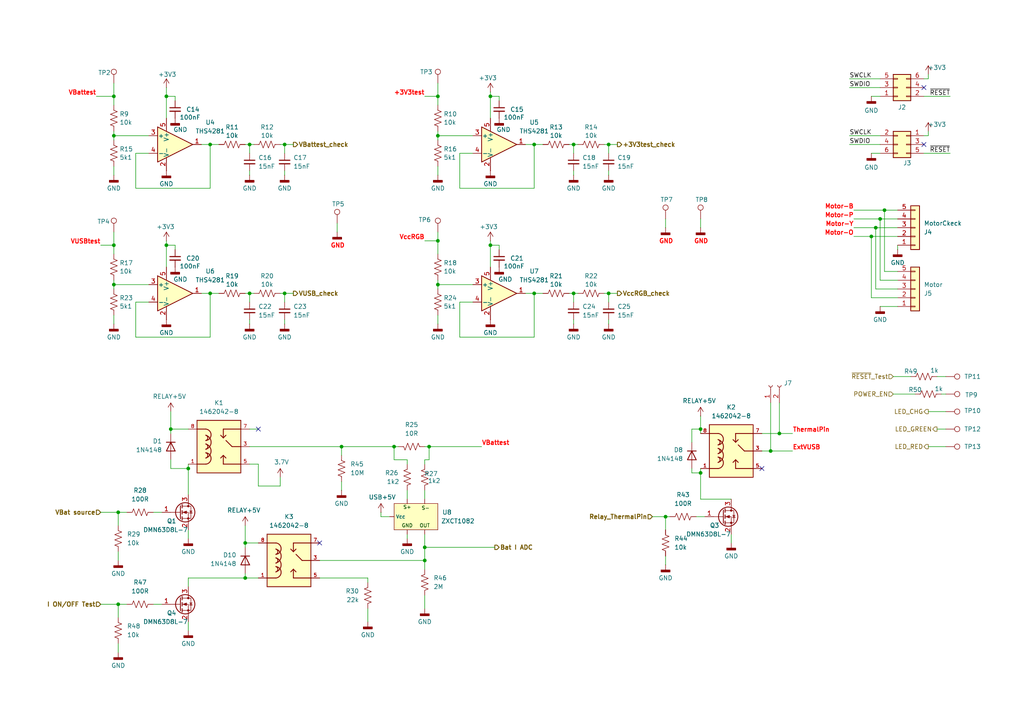
<source format=kicad_sch>
(kicad_sch (version 20250114) (generator "eeschema") (generator_version "9.0")
  (paper "A4")
  (junction (at 166.37 41.91))
  (junction (at 154.94 85.09))
  (junction (at 60.96 85.09))
  (junction (at 154.94 41.91))
  (junction (at 99.06 129.54))
  (junction (at 127 82.55))
  (junction (at 193.04 149.86))
  (junction (at 127 69.85))
  (junction (at 72.39 41.91))
  (junction (at 48.26 71.12))
  (junction (at 48.26 27.94))
  (junction (at 33.02 39.37))
  (junction (at 127 27.94))
  (junction (at 33.02 71.12))
  (junction (at 254 66.04))
  (junction (at 49.53 124.46))
  (junction (at 54.61 135.89))
  (junction (at 256.54 60.96))
  (junction (at 72.39 85.09))
  (junction (at 71.12 157.48))
  (junction (at 142.24 27.94))
  (junction (at 34.29 175.26))
  (junction (at 255.27 63.5))
  (junction (at 203.2 124.46))
  (junction (at 203.2 137.16))
  (junction (at 142.24 71.12))
  (junction (at 176.53 41.91))
  (junction (at 123.19 162.56))
  (junction (at 114.3 129.54))
  (junction (at 33.02 27.94))
  (junction (at 226.06 125.73))
  (junction (at 223.52 130.81))
  (junction (at 252.73 68.58))
  (junction (at 60.96 41.91))
  (junction (at 127 39.37))
  (junction (at 34.29 148.59))
  (junction (at 71.12 167.64))
  (junction (at 166.37 85.09))
  (junction (at 82.55 85.09))
  (junction (at 176.53 85.09))
  (junction (at 82.55 41.91))
  (junction (at 123.19 158.75))
  (junction (at 33.02 82.55))
  (junction (at 124.46 129.54))
  (no_connect (at 267.97 25.4))
  (no_connect (at 220.98 135.89))
  (no_connect (at 267.97 41.91))
  (no_connect (at 92.71 157.48))
  (no_connect (at 74.93 124.46))
  (wire (pts (xy 49.53 125.73) (xy 49.53 124.46)))
  (wire (pts (xy 166.37 41.91) (xy 165.1 41.91)))
  (wire (pts (xy 124.46 129.54) (xy 123.19 129.54)))
  (wire (pts (xy 74.93 134.62) (xy 74.93 140.97)))
  (wire (pts (xy 142.24 26.67) (xy 142.24 27.94)))
  (wire (pts (xy 34.29 186.69) (xy 34.29 189.23)))
  (wire (pts (xy 99.06 139.7) (xy 99.06 142.24)))
  (wire (pts (xy 154.94 85.09) (xy 157.48 85.09)))
  (wire (pts (xy 39.37 44.45) (xy 43.18 44.45)))
  (wire (pts (xy 127 27.94) (xy 127 30.48)))
  (wire (pts (xy 74.93 124.46) (xy 72.39 124.46)))
  (wire (pts (xy 127 81.28) (xy 127 82.55)))
  (wire (pts (xy 127 69.85) (xy 127 73.66)))
  (wire (pts (xy 255.27 25.4) (xy 246.38 25.4)))
  (wire (pts (xy 127 67.31) (xy 127 69.85)))
  (wire (pts (xy 127 48.26) (xy 127 50.8)))
  (wire (pts (xy 124.46 129.54) (xy 124.46 133.35)))
  (wire (pts (xy 201.93 149.86) (xy 204.47 149.86)))
  (wire (pts (xy 154.94 97.79) (xy 154.94 85.09)))
  (wire (pts (xy 33.02 71.12) (xy 33.02 73.66)))
  (wire (pts (xy 106.68 167.64) (xy 106.68 168.91)))
  (wire (pts (xy 133.35 87.63) (xy 133.35 97.79)))
  (wire (pts (xy 33.02 81.28) (xy 33.02 82.55)))
  (wire (pts (xy 54.61 156.21) (xy 54.61 153.67)))
  (wire (pts (xy 34.29 160.02) (xy 34.29 162.56)))
  (wire (pts (xy 50.8 29.21) (xy 50.8 27.94)))
  (wire (pts (xy 99.06 129.54) (xy 99.06 132.08)))
  (wire (pts (xy 259.08 109.22) (xy 264.16 109.22)))
  (wire (pts (xy 166.37 49.53) (xy 166.37 50.8)))
  (wire (pts (xy 124.46 129.54) (xy 139.7 129.54)))
  (wire (pts (xy 259.08 114.3) (xy 265.43 114.3)))
  (wire (pts (xy 252.73 44.45) (xy 255.27 44.45)))
  (wire (pts (xy 254 66.04) (xy 254 83.82)))
  (wire (pts (xy 166.37 85.09) (xy 166.37 87.63)))
  (wire (pts (xy 246.38 39.37) (xy 255.27 39.37)))
  (wire (pts (xy 123.19 154.94) (xy 123.19 158.75)))
  (wire (pts (xy 118.11 133.35) (xy 114.3 133.35)))
  (wire (pts (xy 34.29 148.59) (xy 36.83 148.59)))
  (wire (pts (xy 167.64 85.09) (xy 166.37 85.09)))
  (wire (pts (xy 60.96 85.09) (xy 63.5 85.09)))
  (wire (pts (xy 110.49 149.86) (xy 113.03 149.86)))
  (wire (pts (xy 71.12 167.64) (xy 71.12 166.37)))
  (wire (pts (xy 252.73 68.58) (xy 260.35 68.58)))
  (wire (pts (xy 133.35 97.79) (xy 154.94 97.79)))
  (wire (pts (xy 74.93 134.62) (xy 72.39 134.62)))
  (wire (pts (xy 267.97 44.45) (xy 275.59 44.45)))
  (wire (pts (xy 254 66.04) (xy 260.35 66.04)))
  (wire (pts (xy 33.02 24.13) (xy 33.02 27.94)))
  (wire (pts (xy 49.53 119.38) (xy 49.53 124.46)))
  (wire (pts (xy 73.66 85.09) (xy 72.39 85.09)))
  (wire (pts (xy 246.38 41.91) (xy 255.27 41.91)))
  (wire (pts (xy 255.27 63.5) (xy 255.27 81.28)))
  (wire (pts (xy 92.71 167.64) (xy 106.68 167.64)))
  (wire (pts (xy 123.19 158.75) (xy 123.19 162.56)))
  (wire (pts (xy 33.02 38.1) (xy 33.02 39.37)))
  (wire (pts (xy 39.37 97.79) (xy 60.96 97.79)))
  (wire (pts (xy 48.26 69.85) (xy 48.26 71.12)))
  (wire (pts (xy 133.35 44.45) (xy 137.16 44.45)))
  (wire (pts (xy 39.37 54.61) (xy 60.96 54.61)))
  (wire (pts (xy 114.3 133.35) (xy 114.3 129.54)))
  (wire (pts (xy 50.8 72.39) (xy 50.8 71.12)))
  (wire (pts (xy 274.32 114.3) (xy 273.05 114.3)))
  (wire (pts (xy 193.04 149.86) (xy 193.04 153.67)))
  (wire (pts (xy 247.65 63.5) (xy 255.27 63.5)))
  (wire (pts (xy 247.65 60.96) (xy 256.54 60.96)))
  (wire (pts (xy 49.53 135.89) (xy 49.53 133.35)))
  (wire (pts (xy 72.39 41.91) (xy 72.39 44.45)))
  (wire (pts (xy 54.61 182.88) (xy 54.61 180.34)))
  (wire (pts (xy 39.37 87.63) (xy 39.37 97.79)))
  (wire (pts (xy 176.53 49.53) (xy 176.53 50.8)))
  (wire (pts (xy 255.27 81.28) (xy 260.35 81.28)))
  (wire (pts (xy 54.61 167.64) (xy 71.12 167.64)))
  (wire (pts (xy 48.26 25.4) (xy 48.26 27.94)))
  (wire (pts (xy 92.71 162.56) (xy 123.19 162.56)))
  (wire (pts (xy 200.66 128.27) (xy 200.66 124.46)))
  (wire (pts (xy 269.24 22.86) (xy 267.97 22.86)))
  (wire (pts (xy 60.96 54.61) (xy 60.96 41.91)))
  (wire (pts (xy 179.07 41.91) (xy 176.53 41.91)))
  (wire (pts (xy 58.42 41.91) (xy 60.96 41.91)))
  (wire (pts (xy 179.07 85.09) (xy 176.53 85.09)))
  (wire (pts (xy 144.78 29.21) (xy 144.78 27.94)))
  (wire (pts (xy 123.19 162.56) (xy 123.19 165.1)))
  (wire (pts (xy 54.61 135.89) (xy 54.61 134.62)))
  (wire (pts (xy 82.55 85.09) (xy 82.55 87.63)))
  (wire (pts (xy 72.39 85.09) (xy 72.39 87.63)))
  (wire (pts (xy 154.94 41.91) (xy 157.48 41.91)))
  (wire (pts (xy 269.24 129.54) (xy 274.32 129.54)))
  (wire (pts (xy 200.66 124.46) (xy 203.2 124.46)))
  (wire (pts (xy 189.23 149.86) (xy 193.04 149.86)))
  (wire (pts (xy 200.66 135.89) (xy 200.66 137.16)))
  (wire (pts (xy 99.06 129.54) (xy 114.3 129.54)))
  (wire (pts (xy 29.21 175.26) (xy 34.29 175.26)))
  (wire (pts (xy 27.94 27.94) (xy 33.02 27.94)))
  (wire (pts (xy 247.65 68.58) (xy 252.73 68.58)))
  (wire (pts (xy 255.27 63.5) (xy 260.35 63.5)))
  (wire (pts (xy 152.4 41.91) (xy 154.94 41.91)))
  (wire (pts (xy 255.27 22.86) (xy 246.38 22.86)))
  (wire (pts (xy 58.42 85.09) (xy 60.96 85.09)))
  (wire (pts (xy 82.55 41.91) (xy 81.28 41.91)))
  (wire (pts (xy 252.73 86.36) (xy 260.35 86.36)))
  (wire (pts (xy 123.19 133.35) (xy 123.19 134.62)))
  (wire (pts (xy 39.37 87.63) (xy 43.18 87.63)))
  (wire (pts (xy 144.78 27.94) (xy 142.24 27.94)))
  (wire (pts (xy 127 91.44) (xy 127 93.98)))
  (wire (pts (xy 54.61 167.64) (xy 54.61 170.18)))
  (wire (pts (xy 203.2 120.65) (xy 203.2 124.46)))
  (wire (pts (xy 166.37 41.91) (xy 166.37 44.45)))
  (wire (pts (xy 269.24 21.59) (xy 269.24 22.86)))
  (wire (pts (xy 144.78 71.12) (xy 142.24 71.12)))
  (wire (pts (xy 33.02 82.55) (xy 33.02 83.82)))
  (wire (pts (xy 212.09 157.48) (xy 212.09 154.94)))
  (wire (pts (xy 33.02 91.44) (xy 33.02 93.98)))
  (wire (pts (xy 252.73 68.58) (xy 252.73 86.36)))
  (wire (pts (xy 110.49 148.59) (xy 110.49 149.86)))
  (wire (pts (xy 44.45 175.26) (xy 46.99 175.26)))
  (wire (pts (xy 133.35 54.61) (xy 154.94 54.61)))
  (wire (pts (xy 85.09 85.09) (xy 82.55 85.09)))
  (wire (pts (xy 152.4 85.09) (xy 154.94 85.09)))
  (wire (pts (xy 176.53 85.09) (xy 176.53 87.63)))
  (wire (pts (xy 72.39 92.71) (xy 72.39 93.98)))
  (wire (pts (xy 29.21 71.12) (xy 33.02 71.12)))
  (wire (pts (xy 49.53 135.89) (xy 54.61 135.89)))
  (wire (pts (xy 142.24 71.12) (xy 142.24 77.47)))
  (wire (pts (xy 252.73 27.94) (xy 255.27 27.94)))
  (wire (pts (xy 44.45 148.59) (xy 46.99 148.59)))
  (wire (pts (xy 256.54 60.96) (xy 256.54 78.74)))
  (wire (pts (xy 106.68 176.53) (xy 106.68 180.34)))
  (wire (pts (xy 223.52 130.81) (xy 229.87 130.81)))
  (wire (pts (xy 118.11 142.24) (xy 118.11 144.78)))
  (wire (pts (xy 82.55 92.71) (xy 82.55 93.98)))
  (wire (pts (xy 127 39.37) (xy 127 40.64)))
  (wire (pts (xy 254 83.82) (xy 260.35 83.82)))
  (wire (pts (xy 97.79 67.31) (xy 97.79 64.77)))
  (wire (pts (xy 247.65 66.04) (xy 254 66.04)))
  (wire (pts (xy 123.19 158.75) (xy 143.51 158.75)))
  (wire (pts (xy 33.02 67.31) (xy 33.02 71.12)))
  (wire (pts (xy 144.78 72.39) (xy 144.78 71.12)))
  (wire (pts (xy 274.32 124.46) (xy 271.78 124.46)))
  (wire (pts (xy 33.02 39.37) (xy 43.18 39.37)))
  (wire (pts (xy 203.2 137.16) (xy 203.2 144.78)))
  (wire (pts (xy 60.96 97.79) (xy 60.96 85.09)))
  (wire (pts (xy 124.46 133.35) (xy 123.19 133.35)))
  (wire (pts (xy 220.98 125.73) (xy 226.06 125.73)))
  (wire (pts (xy 256.54 60.96) (xy 260.35 60.96)))
  (wire (pts (xy 82.55 41.91) (xy 82.55 44.45)))
  (wire (pts (xy 203.2 144.78) (xy 212.09 144.78)))
  (wire (pts (xy 200.66 137.16) (xy 203.2 137.16)))
  (wire (pts (xy 72.39 41.91) (xy 71.12 41.91)))
  (wire (pts (xy 82.55 49.53) (xy 82.55 50.8)))
  (wire (pts (xy 33.02 27.94) (xy 33.02 30.48)))
  (wire (pts (xy 193.04 149.86) (xy 194.31 149.86)))
  (wire (pts (xy 54.61 135.89) (xy 54.61 143.51)))
  (wire (pts (xy 269.24 38.1) (xy 269.24 39.37)))
  (wire (pts (xy 274.32 119.38) (xy 269.24 119.38)))
  (wire (pts (xy 203.2 124.46) (xy 203.2 125.73)))
  (wire (pts (xy 176.53 41.91) (xy 175.26 41.91)))
  (wire (pts (xy 81.28 140.97) (xy 81.28 138.43)))
  (wire (pts (xy 154.94 54.61) (xy 154.94 41.91)))
  (wire (pts (xy 33.02 39.37) (xy 33.02 40.64)))
  (wire (pts (xy 193.04 161.29) (xy 193.04 163.83)))
  (wire (pts (xy 275.59 27.94) (xy 267.97 27.94)))
  (wire (pts (xy 50.8 27.94) (xy 48.26 27.94)))
  (wire (pts (xy 71.12 152.4) (xy 71.12 157.48)))
  (wire (pts (xy 29.21 148.59) (xy 34.29 148.59)))
  (wire (pts (xy 33.02 48.26) (xy 33.02 50.8)))
  (wire (pts (xy 220.98 130.81) (xy 223.52 130.81)))
  (wire (pts (xy 118.11 156.21) (xy 118.11 154.94)))
  (wire (pts (xy 260.35 72.39) (xy 260.35 71.12)))
  (wire (pts (xy 133.35 44.45) (xy 133.35 54.61)))
  (wire (pts (xy 166.37 92.71) (xy 166.37 93.98)))
  (wire (pts (xy 123.19 142.24) (xy 123.19 144.78)))
  (wire (pts (xy 34.29 175.26) (xy 34.29 179.07)))
  (wire (pts (xy 118.11 134.62) (xy 118.11 133.35)))
  (wire (pts (xy 114.3 129.54) (xy 115.57 129.54)))
  (wire (pts (xy 193.04 66.04) (xy 193.04 63.5)))
  (wire (pts (xy 72.39 49.53) (xy 72.39 50.8)))
  (wire (pts (xy 223.52 116.84) (xy 223.52 130.81)))
  (wire (pts (xy 34.29 148.59) (xy 34.29 152.4)))
  (wire (pts (xy 71.12 157.48) (xy 71.12 158.75)))
  (wire (pts (xy 127 24.13) (xy 127 27.94)))
  (wire (pts (xy 85.09 41.91) (xy 82.55 41.91)))
  (wire (pts (xy 123.19 176.53) (xy 123.19 172.72)))
  (wire (pts (xy 176.53 85.09) (xy 175.26 85.09)))
  (wire (pts (xy 274.32 109.22) (xy 271.78 109.22)))
  (wire (pts (xy 203.2 135.89) (xy 203.2 137.16)))
  (wire (pts (xy 255.27 88.9) (xy 260.35 88.9)))
  (wire (pts (xy 142.24 69.85) (xy 142.24 71.12)))
  (wire (pts (xy 123.19 27.94) (xy 127 27.94)))
  (wire (pts (xy 127 38.1) (xy 127 39.37)))
  (wire (pts (xy 269.24 39.37) (xy 267.97 39.37)))
  (wire (pts (xy 50.8 71.12) (xy 48.26 71.12)))
  (wire (pts (xy 39.37 44.45) (xy 39.37 54.61)))
  (wire (pts (xy 226.06 116.84) (xy 226.06 125.73)))
  (wire (pts (xy 34.29 175.26) (xy 36.83 175.26)))
  (wire (pts (xy 72.39 129.54) (xy 99.06 129.54)))
  (wire (pts (xy 176.53 92.71) (xy 176.53 93.98)))
  (wire (pts (xy 60.96 41.91) (xy 63.5 41.91)))
  (wire (pts (xy 49.53 124.46) (xy 54.61 124.46)))
  (wire (pts (xy 33.02 82.55) (xy 43.18 82.55)))
  (wire (pts (xy 127 39.37) (xy 137.16 39.37)))
  (wire (pts (xy 176.53 41.91) (xy 176.53 44.45)))
  (wire (pts (xy 142.24 27.94) (xy 142.24 34.29)))
  (wire (pts (xy 226.06 125.73) (xy 229.87 125.73)))
  (wire (pts (xy 82.55 85.09) (xy 81.28 85.09)))
  (wire (pts (xy 48.26 27.94) (xy 48.26 34.29)))
  (wire (pts (xy 74.93 167.64) (xy 71.12 167.64)))
  (wire (pts (xy 72.39 85.09) (xy 71.12 85.09)))
  (wire (pts (xy 48.26 71.12) (xy 48.26 77.47)))
  (wire (pts (xy 256.54 78.74) (xy 260.35 78.74)))
  (wire (pts (xy 123.19 69.85) (xy 127 69.85)))
  (wire (pts (xy 73.66 41.91) (xy 72.39 41.91)))
  (wire (pts (xy 203.2 66.04) (xy 203.2 63.5)))
  (wire (pts (xy 127 82.55) (xy 127 83.82)))
  (wire (pts (xy 166.37 85.09) (xy 165.1 85.09)))
  (wire (pts (xy 74.93 140.97) (xy 81.28 140.97)))
  (wire (pts (xy 167.64 41.91) (xy 166.37 41.91)))
  (wire (pts (xy 127 82.55) (xy 137.16 82.55)))
  (wire (pts (xy 74.93 157.48) (xy 71.12 157.48)))
  (wire (pts (xy 133.35 87.63) (xy 137.16 87.63)))
  (label "+3V3test" (at 123.19 27.94 180) (effects (font (thickness 0.254) (bold yes))))
  (label "SWCLK" (at 246.38 22.86 0))
  (label "SWCLK" (at 246.38 39.37 0))
  (label "Motor-Y" (at 247.65 66.04 180) (effects (font (thickness 0.254) (bold yes))))
  (label "VUSBtest" (at 29.21 71.12 180) (effects (font (thickness 0.254) (bold yes))))
  (label "VBattest" (at 139.7 129.54 0) (effects (font (thickness 0.254) (bold yes))))
  (label "VccRGB" (at 123.19 69.85 180) (effects (font (thickness 0.254) (bold yes))))
  (label "Motor-P" (at 247.65 63.5 180) (effects (font (thickness 0.254) (bold yes))))
  (label "Motor-O" (at 247.65 68.58 180) (effects (font (thickness 0.254) (bold yes))))
  (label "ExtVUSB" (at 229.87 130.81 0) (effects (font (thickness 0.254) (bold yes))))
  (label "Motor-B" (at 247.65 60.96 180) (effects (font (thickness 0.254) (bold yes))))
  (label "SWDIO" (at 246.38 25.4 0))
  (label "~{RESET}" (at 275.59 27.94 180))
  (label "~{RESET}" (at 275.59 44.45 180))
  (label "VBattest" (at 27.94 27.94 180) (effects (font (thickness 0.254) (bold yes))))
  (label "ThermalPin" (at 229.87 125.73 0) (effects (font (thickness 0.254) (bold yes))))
  (label "SWDIO" (at 246.38 41.91 0))
  (hierarchical_label "LED_RED" (shape output) (at 269.24 129.54 180) (effects (font (thickness 0.1588))))
  (hierarchical_label "+3V3test_check" (shape output) (at 179.07 41.91 0) (effects (font (thickness 0.254) (bold yes))))
  (hierarchical_label "~{RESET}_Test" (shape input) (at 259.08 109.22 180) (effects (font (thickness 0.1588))))
  (hierarchical_label "VBat source" (shape input) (at 29.21 148.59 180) (effects (font (thickness 0.254) (bold yes))))
  (hierarchical_label "POWER_EN" (shape input) (at 259.08 114.3 180) (effects (font (thickness 0.1588))))
  (hierarchical_label "VccRGB_check" (shape output) (at 179.07 85.09 0) (effects (font (thickness 0.254) (bold yes))))
  (hierarchical_label "LED_GREEN" (shape output) (at 271.78 124.46 180) (effects (font (thickness 0.1588))))
  (hierarchical_label "Bat I ADC " (shape output) (at 143.51 158.75 0) (effects (font (thickness 0.254) (bold yes))))
  (hierarchical_label "LED_CHG" (shape output) (at 269.24 119.38 180) (effects (font (thickness 0.1588))))
  (hierarchical_label "I ON{slash}OFF Test" (shape input) (at 29.21 175.26 180) (effects (font (thickness 0.254) (bold yes))))
  (hierarchical_label "Relay_ThermalPin" (shape input) (at 189.23 149.86 180) (effects (font (thickness 0.254) (bold yes))))
  (hierarchical_label "VBattest_check" (shape output) (at 85.09 41.91 0) (effects (font (thickness 0.254) (bold yes))))
  (hierarchical_label "VUSB_check" (shape output) (at 85.09 85.09 0) (effects (font (thickness 0.254) (bold yes))))
  (symbol (lib_id "power:GNDD") (at 255.27 88.9 0) (unit 1)
    (property "Reference" "#PWR056" (effects (hide yes)))
    (property "Value" "GND" (at 255.27 92.71 0))
    (property "Description" "Power symbol creates a global label with name \"GNDD\" , digital ground" (effects (hide yes)))
  )
  (symbol (lib_id "FED3 SymbLib:THS4281DBVT") (at 144.78 41.91 0) (unit 1)
    (property "Reference" "U5" (at 154.94 35.4898 0))
    (property "Value" "THS4281" (at 154.94 38.0298 0))
    (property "Footprint" "Package_TO_SOT_SMD:SOT-23-5" (effects (hide yes)))
    (property "Description" "OPAMP VFB 1 CIRCUIT" (effects (hide yes)))
    (property "MPN" "THS4281DBVT" (effects (hide yes)))
    (property "OEPSPN" "OEPS080038" (effects (hide yes)))
  )
  (symbol (lib_id "Device:R_US") (at 99.06 135.89 180) (unit 1)
    (property "Reference" "R45" (at 101.6 134.6199 0) (effects (justify right)))
    (property "Value" "10M" (at 101.6 137.1599 0) (effects (justify right)))
    (property "Footprint" "Resistor_SMD:R_0402_1005Metric" (effects (hide yes)))
    (property "Description" "SMD 0402 10kΩ ±0.1% 0.063W" (effects (hide yes)))
    (property "MPN" "b6ryh" (effects (hide yes)))
    (property "OEPSPN" "456yert" (effects (hide yes)))
  )
  (symbol (lib_id "Connector_Generic:Conn_01x05") (at 265.43 66.04 0) (mirror x) (unit 1)
    (property "Reference" "J4" (at 267.97 67.3101 0) (effects (justify left)))
    (property "Value" "MotorCkeck" (at 267.97 64.7701 0) (effects (justify left)))
    (property "Footprint" "Connector_PinSocket_2.54mm:PinSocket_1x05_P2.54mm_Vertical" (effects (hide yes)))
    (property "Description" "Generic connector, single row, 01x05, script generated (kicad-library-utils/schlib/autogen/connector/)" (effects (hide yes)))
    (property "OEPSPN" "TBD" (effects (hide yes)))
    (property "MPN" "TBD" (effects (hide yes)))
  )
  (symbol (lib_id "power:GNDD") (at 34.29 162.56 0) (unit 1)
    (property "Reference" "#PWR059" (effects (hide yes)))
    (property "Value" "GND" (at 34.29 166.37 0))
    (property "Description" "Power symbol creates a global label with name \"GNDD\" , digital ground" (effects (hide yes)))
  )
  (symbol (lib_id "Connector:TestPoint") (at 274.32 119.38 270) (unit 1) (in_bom no)
    (property "Reference" "TP10" (at 279.654 119.126 90) (effects (justify left)))
    (property "Value" "GND" (effects (hide yes)))
    (property "Footprint" "FED3_PCBLib:Pin_D1.75mm" (effects (hide yes)))
  )
  (symbol (lib_id "Device:R_US") (at 33.02 77.47 180) (unit 1)
    (property "Reference" "R17" (at 34.671 76.2578 0) (effects (justify right)))
    (property "Value" "10k" (at 34.671 78.6821 0) (effects (justify right)))
    (property "Footprint" "Resistor_SMD:R_0402_1005Metric" (effects (hide yes)))
    (property "Description" "SMD 0402 10kΩ ±0.1% 0.063W" (effects (hide yes)))
    (property "MPN" "CPF0402B10KE1" (effects (hide yes)))
    (property "OEPSPN" "OEPS020043" (effects (hide yes)))
  )
  (symbol (lib_id "power:GNDD") (at 97.79 67.31 0) (unit 1)
    (property "Reference" "#PWR039" (effects (hide yes)))
    (property "Value" "GND" (at 95.758 71.12 0) (effects (font (thickness 0.254) (bold yes)) (justify left)))
    (property "Description" "Power symbol creates a global label with name \"GNDD\" , digital ground" (effects (hide yes)))
  )
  (symbol (lib_id "power:GNDD") (at 33.02 93.98 0) (unit 1)
    (property "Reference" "#PWR046" (effects (hide yes)))
    (property "Value" "GND" (at 33.02 97.79 0))
    (property "Description" "Power symbol creates a global label with name \"GNDD\" , digital ground" (effects (hide yes)))
  )
  (symbol (lib_id "power:GNDD") (at 72.39 93.98 0) (unit 1)
    (property "Reference" "#PWR047" (effects (hide yes)))
    (property "Value" "GND" (at 72.39 97.79 0))
    (property "Description" "Power symbol creates a global label with name \"GNDD\" , digital ground" (effects (hide yes)))
  )
  (symbol (lib_id "Device:R_US") (at 161.29 85.09 90) (unit 1)
    (property "Reference" "R21" (at 161.29 80.0565 90))
    (property "Value" "10k" (at 161.29 82.4808 90))
    (property "Footprint" "Resistor_SMD:R_0402_1005Metric" (effects (hide yes)))
    (property "Description" "SMD 0402 10kΩ ±0.1% 0.063W" (effects (hide yes)))
    (property "MPN" "CPF0402B10KE1" (effects (hide yes)))
    (property "OEPSPN" "OEPS020043" (effects (hide yes)))
  )
  (symbol (lib_id "power:GNDD") (at 54.61 156.21 0) (unit 1)
    (property "Reference" "#PWR057" (effects (hide yes)))
    (property "Value" "GND" (at 54.61 160.02 0))
    (property "Description" "Power symbol creates a global label with name \"GNDD\" , digital ground" (effects (hide yes)))
  )
  (symbol (lib_id "Device:R_US") (at 193.04 157.48 180) (unit 1)
    (property "Reference" "R44" (at 195.58 156.2099 0) (effects (justify right)))
    (property "Value" "10k" (at 195.58 158.7499 0) (effects (justify right)))
    (property "Footprint" "Resistor_SMD:R_0402_1005Metric" (effects (hide yes)))
    (property "Description" "SMD 0402 10kΩ ±0.1% 0.063W" (effects (hide yes)))
    (property "MPN" "CPF0402B10KE1" (effects (hide yes)))
    (property "OEPSPN" "CPF0402B10KE1" (effects (hide yes)))
  )
  (symbol (lib_id "Device:R_US") (at 269.24 114.3 90) (unit 1)
    (property "Reference" "R50" (at 265.43 113.03 90))
    (property "Value" "1k" (at 272.288 112.776 90))
    (property "Footprint" "Resistor_SMD:R_0402_1005Metric" (effects (hide yes)))
    (property "Description" "SMD 0402 1kΩ ±0.1% 0.063W" (effects (hide yes)))
    (property "MPN" "xxx" (effects (hide yes)))
    (property "OEPSPN" "???" (effects (hide yes)))
  )
  (symbol (lib_id "Device:R_US") (at 127 34.29 180) (unit 1)
    (property "Reference" "R10" (at 128.651 33.0778 0) (effects (justify right)))
    (property "Value" "10k" (at 128.651 35.5021 0) (effects (justify right)))
    (property "Footprint" "Resistor_SMD:R_0402_1005Metric" (effects (hide yes)))
    (property "Description" "SMD 0402 10kΩ ±0.1% 0.063W" (effects (hide yes)))
    (property "MPN" "CPF0402B10KE1" (effects (hide yes)))
    (property "OEPSPN" "OEPS020043" (effects (hide yes)))
  )
  (symbol (lib_id "Device:R_US") (at 67.31 85.09 90) (unit 1)
    (property "Reference" "R19" (at 67.31 80.0565 90))
    (property "Value" "10k" (at 67.31 82.4808 90))
    (property "Footprint" "Resistor_SMD:R_0402_1005Metric" (effects (hide yes)))
    (property "Description" "SMD 0402 10kΩ ±0.1% 0.063W" (effects (hide yes)))
    (property "MPN" "CPF0402B10KE1" (effects (hide yes)))
    (property "OEPSPN" "OEPS020043" (effects (hide yes)))
  )
  (symbol (lib_id "Device:R_US") (at 171.45 85.09 90) (unit 1)
    (property "Reference" "R22" (at 171.45 80.0565 90))
    (property "Value" "10k" (at 171.45 82.4808 90))
    (property "Footprint" "Resistor_SMD:R_0402_1005Metric" (effects (hide yes)))
    (property "Description" "SMD 0402 10kΩ ±0.1% 0.063W" (effects (hide yes)))
    (property "MPN" "CPF0402B10KE1" (effects (hide yes)))
    (property "OEPSPN" "OEPS020043" (effects (hide yes)))
  )
  (symbol (lib_id "power:+3V3") (at 269.24 38.1 0) (mirror y) (unit 1)
    (property "Reference" "#+3V02" (effects (hide yes)))
    (property "Value" "+3V3" (at 271.78 36.83 0) (effects (justify bottom)))
  )
  (symbol (lib_id "power:GNDD") (at 142.24 49.53 0) (unit 1)
    (property "Reference" "#PWR031" (effects (hide yes)))
    (property "Value" "GND" (at 142.24 53.34 0))
    (property "Description" "Power symbol creates a global label with name \"GNDD\" , digital ground" (effects (hide yes)))
  )
  (symbol (lib_id "power:+5V") (at 203.2 120.65 0) (mirror y) (unit 1)
    (property "Reference" "#PWR091" (effects (hide yes)))
    (property "Value" "RELAY+5V" (at 202.819 116.2558 0))
    (property "Description" "Power symbol creates a global label with name \"+5V\"" (effects (hide yes)))
  )
  (symbol (lib_id "Connector:TestPoint") (at 274.32 129.54 270) (unit 1) (in_bom no)
    (property "Reference" "TP13" (at 279.654 129.54 90) (effects (justify left)))
    (property "Value" "GND" (effects (hide yes)))
    (property "Footprint" "FED3_PCBLib:Pin_D1.75mm" (effects (hide yes)))
  )
  (symbol (lib_id "Device:R_US") (at 127 77.47 180) (unit 1)
    (property "Reference" "R18" (at 128.651 76.2578 0) (effects (justify right)))
    (property "Value" "10k" (at 128.651 78.6821 0) (effects (justify right)))
    (property "Footprint" "Resistor_SMD:R_0402_1005Metric" (effects (hide yes)))
    (property "Description" "SMD 0402 10kΩ ±0.1% 0.063W" (effects (hide yes)))
    (property "MPN" "CPF0402B10KE1" (effects (hide yes)))
    (property "OEPSPN" "OEPS020043" (effects (hide yes)))
  )
  (symbol (lib_id "FED3 SymbLib:THS4281DBVT") (at 50.8 85.09 0) (unit 1)
    (property "Reference" "U6" (at 60.96 78.6698 0))
    (property "Value" "THS4281" (at 60.96 81.2098 0))
    (property "Footprint" "Package_TO_SOT_SMD:SOT-23-5" (effects (hide yes)))
    (property "Description" "OPAMP VFB 1 CIRCUIT" (effects (hide yes)))
    (property "MPN" "THS4281DBVT" (effects (hide yes)))
    (property "OEPSPN" "OEPS080038" (effects (hide yes)))
  )
  (symbol (lib_id "Device:R_US") (at 123.19 138.43 0) (mirror x) (unit 1)
    (property "Reference" "R27" (at 127 137.414 0) (effects (justify right)))
    (property "Value" "1k2" (at 127.762 139.446 0) (effects (justify right)))
    (property "Footprint" "Resistor_SMD:R_0402_1005Metric" (effects (hide yes)))
    (property "Description" "SMD 0603 1.87kΩ ±0.1% 0.100W" (effects (hide yes)))
    (property "MPN" "aerg" (effects (hide yes)))
    (property "OEPSPN" "gedg" (effects (hide yes)))
  )
  (symbol (lib_id "Transistor_FET:IRLML2060") (at 52.07 175.26 0) (unit 1)
    (property "Reference" "Q4" (at 49.784 177.8 0))
    (property "Value" "DMN63D8L-7" (at 48.006 180.34 0))
    (property "Footprint" "Package_TO_SOT_SMD:SOT-23" (effects (hide yes)))
    (property "Description" "MOSFET N-CH 30V 350mA" (effects (hide yes)))
    (property "OEPSPN" "OEPS060013" (effects (hide yes)))
    (property "MPN" "DMN63D8L-7" (effects (hide yes)))
  )
  (symbol (lib_id "Device:C_Small") (at 72.39 90.17 0) (mirror y) (unit 1)
    (property "Reference" "C22" (at 74.93 88.9062 0) (effects (justify right)))
    (property "Value" "15nF" (at 74.93 91.4462 0) (effects (justify right)))
    (property "Footprint" "Capacitor_SMD:C_0402_1005Metric" (effects (hide yes)))
    (property "Description" "Unpolarized capacitor, small symbol" (effects (hide yes)))
    (property "MPN" "CGA2B3X7R1V153K050BB" (effects (hide yes)))
    (property "OEPSPN" "OEPS010023" (effects (hide yes)))
  )
  (symbol (lib_id "Device:R_US") (at 127 44.45 180) (unit 1)
    (property "Reference" "R16" (at 128.651 43.2378 0) (effects (justify right)))
    (property "Value" "5k1" (at 128.651 45.6621 0) (effects (justify right)))
    (property "Footprint" "Resistor_SMD:R_0402_1005Metric" (effects (hide yes)))
    (property "Description" "SMD 0402 5.1kΩ ±1% 0.100W" (effects (hide yes)))
    (property "MPN" "ERJ-2RKF5101X" (effects (hide yes)))
    (property "OEPSPN" "OEPS020173" (effects (hide yes)))
  )
  (symbol (lib_id "Device:C_Small") (at 176.53 90.17 0) (mirror y) (unit 1)
    (property "Reference" "C25" (at 179.07 88.9062 0) (effects (justify right)))
    (property "Value" "15nF" (at 179.07 91.4462 0) (effects (justify right)))
    (property "Footprint" "Capacitor_SMD:C_0402_1005Metric" (effects (hide yes)))
    (property "Description" "Unpolarized capacitor, small symbol" (effects (hide yes)))
    (property "MPN" "CGA2B3X7R1V153K050BB" (effects (hide yes)))
    (property "OEPSPN" "OEPS010023" (effects (hide yes)))
  )
  (symbol (lib_id "Connector:TestPoint") (at 33.02 67.31 0) (unit 1) (in_bom no)
    (property "Reference" "TP4" (at 28.194 64.262 0) (effects (justify left)))
    (property "Value" "VUSBtest" (effects (hide yes)))
    (property "Footprint" "FED3_PCBLib:Pin_D1.75mm" (effects (hide yes)))
    (property "Description" "test point" (effects (hide yes)))
  )
  (symbol (lib_id "Device:R_US") (at 171.45 41.91 90) (unit 1)
    (property "Reference" "R14" (at 171.45 36.8765 90))
    (property "Value" "10k" (at 171.45 39.3008 90))
    (property "Footprint" "Resistor_SMD:R_0402_1005Metric" (effects (hide yes)))
    (property "Description" "SMD 0402 10kΩ ±0.1% 0.063W" (effects (hide yes)))
    (property "MPN" "CPF0402B10KE1" (effects (hide yes)))
    (property "OEPSPN" "OEPS020043" (effects (hide yes)))
  )
  (symbol (lib_id "power:GNDD") (at 54.61 182.88 0) (unit 1)
    (property "Reference" "#PWR098" (effects (hide yes)))
    (property "Value" "GND" (at 54.61 186.69 0))
    (property "Description" "Power symbol creates a global label with name \"GNDD\" , digital ground" (effects (hide yes)))
  )
  (symbol (lib_id "Connector_Generic:Conn_01x05") (at 265.43 83.82 0) (mirror x) (unit 1)
    (property "Reference" "J5" (at 267.97 85.0901 0) (effects (justify left)))
    (property "Value" "Motor" (at 267.97 82.5501 0) (effects (justify left)))
    (property "Footprint" "Connector_PinSocket_2.54mm:PinSocket_1x05_P2.54mm_Horizontal" (effects (hide yes)))
    (property "Description" "Generic connector, single row, 01x05, script generated (kicad-library-utils/schlib/autogen/connector/)" (effects (hide yes)))
    (property "OEPSPN" "TBD" (effects (hide yes)))
    (property "MPN" "TBD" (effects (hide yes)))
  )
  (symbol (lib_id "Diode:1N4148W") (at 71.12 162.56 270) (unit 1)
    (property "Reference" "D10" (at 68.58 160.9724 90) (effects (justify right)))
    (property "Value" "1N4148" (at 68.58 163.5124 90) (effects (justify right)))
    (property "Footprint" "Diode_SMD:D_SOD-123" (effects (hide yes)))
    (property "Datasheet" "https://www.vishay.com/docs/85748/1n4148w.pdf" (effects (hide yes)))
    (property "Description" "75V 0.15A Fast Switching Diode, SOD-123" (effects (hide yes)))
    (property "OEPSPN" "OEPS030017" (effects (hide yes)))
    (property "MPN" "1N4148WX-TP" (effects (hide yes)))
  )
  (symbol (lib_id "FED3 SymbLib:THS4281DBVT") (at 50.8 41.91 0) (unit 1)
    (property "Reference" "U4" (at 60.96 35.4898 0))
    (property "Value" "THS4281" (at 60.96 38.0298 0))
    (property "Footprint" "Package_TO_SOT_SMD:SOT-23-5" (effects (hide yes)))
    (property "Description" "OPAMP VFB 1 CIRCUIT" (effects (hide yes)))
    (property "MPN" "THS4281DBVT" (effects (hide yes)))
    (property "OEPSPN" "OEPS080038" (effects (hide yes)))
  )
  (symbol (lib_id "Device:C_Small") (at 144.78 31.75 0) (mirror y) (unit 1)
    (property "Reference" "C15" (at 151.892 31.75 0) (effects (justify left)))
    (property "Value" "100nF" (at 152.146 34.036 0) (effects (justify left)))
    (property "Footprint" "Capacitor_SMD:C_0402_1005Metric" (effects (hide yes)))
    (property "Description" "Unpolarized capacitor, small symbol" (effects (hide yes)))
    (property "MPN" "C1005X7R1E104K050BB" (effects (hide yes)))
    (property "OEPSPN" "OEPS010050" (effects (hide yes)))
  )
  (symbol (lib_id "power:GNDD") (at 99.06 142.24 0) (unit 1)
    (property "Reference" "#PWR097" (effects (hide yes)))
    (property "Value" "GND" (at 99.06 146.05 0))
    (property "Description" "Power symbol creates a global label with name \"GNDD\" , digital ground" (effects (hide yes)))
  )
  (symbol (lib_id "power:GNDD") (at 82.55 93.98 0) (unit 1)
    (property "Reference" "#PWR048" (effects (hide yes)))
    (property "Value" "GND" (at 82.55 97.79 0))
    (property "Description" "Power symbol creates a global label with name \"GNDD\" , digital ground" (effects (hide yes)))
  )
  (symbol (lib_id "Device:R_US") (at 198.12 149.86 90) (unit 1)
    (property "Reference" "R43" (at 198.12 143.51 90))
    (property "Value" "100R" (at 198.12 146.05 90))
    (property "Footprint" "Resistor_SMD:R_0402_1005Metric" (effects (hide yes)))
    (property "Description" "SMD 0402 10kΩ ±0.1% 0.063W" (effects (hide yes)))
    (property "MPN" "??" (effects (hide yes)))
    (property "OEPSPN" "??" (effects (hide yes)))
  )
  (symbol (lib_id "Device:R_US") (at 119.38 129.54 90) (mirror x) (unit 1)
    (property "Reference" "R25" (at 119.38 123.19 90))
    (property "Value" "10R" (at 119.38 125.73 90))
    (property "Footprint" "Resistor_SMD:R_0402_1005Metric" (effects (hide yes)))
    (property "Description" "xx" (effects (hide yes)))
    (property "MPN" "xx" (effects (hide yes)))
    (property "OEPSPN" "xx" (effects (hide yes)))
  )
  (symbol (lib_id "Connector:TestPoint") (at 193.04 63.5 0) (unit 1) (in_bom no)
    (property "Reference" "TP7" (at 191.516 57.912 0) (effects (justify left)))
    (property "Value" "GND" (effects (hide yes)))
    (property "Footprint" "FED3_PCBLib:Pin_D1.75mm" (effects (hide yes)))
  )
  (symbol (lib_id "Device:R_US") (at 67.31 41.91 90) (unit 1)
    (property "Reference" "R11" (at 67.31 36.8765 90))
    (property "Value" "10k" (at 67.31 39.3008 90))
    (property "Footprint" "Resistor_SMD:R_0402_1005Metric" (effects (hide yes)))
    (property "Description" "SMD 0402 10kΩ ±0.1% 0.063W" (effects (hide yes)))
    (property "MPN" "CPF0402B10KE1" (effects (hide yes)))
    (property "OEPSPN" "OEPS020043" (effects (hide yes)))
  )
  (symbol (lib_id "Device:R_US") (at 77.47 85.09 90) (unit 1)
    (property "Reference" "R20" (at 77.47 80.0565 90))
    (property "Value" "10k" (at 77.47 82.4808 90))
    (property "Footprint" "Resistor_SMD:R_0402_1005Metric" (effects (hide yes)))
    (property "Description" "SMD 0402 10kΩ ±0.1% 0.063W" (effects (hide yes)))
    (property "MPN" "CPF0402B10KE1" (effects (hide yes)))
    (property "OEPSPN" "OEPS020043" (effects (hide yes)))
  )
  (symbol (lib_id "power:GNDD") (at 212.09 157.48 0) (unit 1)
    (property "Reference" "#PWR092" (effects (hide yes)))
    (property "Value" "GND" (at 212.09 161.29 0))
    (property "Description" "Power symbol creates a global label with name \"GNDD\" , digital ground" (effects (hide yes)))
  )
  (symbol (lib_id "Diode:1N4148W") (at 49.53 129.54 270) (unit 1)
    (property "Reference" "D1" (at 46.99 127.9524 90) (effects (justify right)))
    (property "Value" "1N4148" (at 46.99 130.4924 90) (effects (justify right)))
    (property "Footprint" "Diode_SMD:D_SOD-123" (effects (hide yes)))
    (property "Datasheet" "https://www.vishay.com/docs/85748/1n4148w.pdf" (effects (hide yes)))
    (property "Description" "75V 0.15A Fast Switching Diode, SOD-123" (effects (hide yes)))
    (property "OEPSPN" "OEPS030017" (effects (hide yes)))
    (property "MPN" "1N4148WX-TP" (effects (hide yes)))
  )
  (symbol (lib_id "power:GNDD") (at 252.73 27.94 0) (unit 1)
    (property "Reference" "#PWR029" (effects (hide yes)))
    (property "Value" "GND" (at 252.73 32.766 0) (effects (justify bottom)))
    (property "Description" "Power symbol creates a global label with name \"GNDD\" , digital ground" (effects (hide yes)))
  )
  (symbol (lib_id "power:GNDD") (at 34.29 189.23 0) (unit 1)
    (property "Reference" "#PWR099" (effects (hide yes)))
    (property "Value" "GND" (at 34.29 193.04 0))
    (property "Description" "Power symbol creates a global label with name \"GNDD\" , digital ground" (effects (hide yes)))
  )
  (symbol (lib_id "Connector:TestPoint") (at 274.32 124.46 270) (unit 1) (in_bom no)
    (property "Reference" "TP12" (at 279.654 124.46 90) (effects (justify left)))
    (property "Value" "GND" (effects (hide yes)))
    (property "Footprint" "FED3_PCBLib:Pin_D1.75mm" (effects (hide yes)))
  )
  (symbol (lib_id "power:+5V") (at 71.12 152.4 0) (mirror y) (unit 1)
    (property "Reference" "#PWR095" (effects (hide yes)))
    (property "Value" "RELAY+5V" (at 70.739 148.0058 0))
    (property "Description" "Power symbol creates a global label with name \"+5V\"" (effects (hide yes)))
  )
  (symbol (lib_id "Connector:TestPoint") (at 274.32 109.22 270) (unit 1) (in_bom no)
    (property "Reference" "TP11" (at 279.654 109.22 90) (effects (justify left)))
    (property "Value" "GND" (effects (hide yes)))
    (property "Footprint" "FED3_PCBLib:Pin_D1.75mm" (effects (hide yes)))
  )
  (symbol (lib_id "power:+5V") (at 110.49 148.59 0) (unit 1)
    (property "Reference" "#PWR055" (effects (hide yes)))
    (property "Value" "USB+5V" (at 110.871 144.1958 0))
    (property "Description" "Power symbol creates a global label with name \"+5V\"" (effects (hide yes)))
  )
  (symbol (lib_id "power:GNDD") (at 118.11 156.21 0) (mirror y) (unit 1)
    (property "Reference" "#PWR058" (effects (hide yes)))
    (property "Value" "GND" (at 118.11 160.02 0))
    (property "Description" "Power symbol creates a global label with name \"GNDD\" , digital ground" (effects (hide yes)))
  )
  (symbol (lib_id "Device:R_US") (at 106.68 172.72 0) (mirror x) (unit 1)
    (property "Reference" "R30" (at 104.14 171.4499 0) (effects (justify right)))
    (property "Value" "22k" (at 104.14 173.9899 0) (effects (justify right)))
    (property "Footprint" "Resistor_SMD:R_0402_1005Metric" (effects (hide yes)))
    (property "Description" "SMD 0402 100kΩ ±1% 0.063W" (effects (hide yes)))
    (property "MPN" "sth" (effects (hide yes)))
    (property "OEPSPN" "srths" (effects (hide yes)))
  )
  (symbol (lib_id "Device:C_Small") (at 176.53 46.99 0) (mirror y) (unit 1)
    (property "Reference" "C19" (at 179.07 45.7262 0) (effects (justify right)))
    (property "Value" "15nF" (at 179.07 48.2662 0) (effects (justify right)))
    (property "Footprint" "Capacitor_SMD:C_0402_1005Metric" (effects (hide yes)))
    (property "Description" "Unpolarized capacitor, small symbol" (effects (hide yes)))
    (property "MPN" "CGA2B3X7R1V153K050BB" (effects (hide yes)))
    (property "OEPSPN" "OEPS010023" (effects (hide yes)))
  )
  (symbol (lib_id "power:+3V3") (at 142.24 69.85 0) (unit 1)
    (property "Reference" "#PWR041" (effects (hide yes)))
    (property "Value" "+3V3" (at 141.732 65.786 0))
    (property "Description" "Power symbol creates a global label with name \"+3V3\"" (effects (hide yes)))
  )
  (symbol (lib_id "Device:C_Small") (at 166.37 90.17 0) (mirror y) (unit 1)
    (property "Reference" "C24" (at 168.91 88.9062 0) (effects (justify right)))
    (property "Value" "15nF" (at 168.91 91.4462 0) (effects (justify right)))
    (property "Footprint" "Capacitor_SMD:C_0402_1005Metric" (effects (hide yes)))
    (property "Description" "Unpolarized capacitor, small symbol" (effects (hide yes)))
    (property "MPN" "CGA2B3X7R1V153K050BB" (effects (hide yes)))
    (property "OEPSPN" "OEPS010023" (effects (hide yes)))
  )
  (symbol (lib_id "FED3 SymbLib:THS4281DBVT") (at 144.78 85.09 0) (unit 1)
    (property "Reference" "U7" (at 154.94 78.6698 0))
    (property "Value" "THS4281" (at 154.94 81.2098 0))
    (property "Footprint" "Package_TO_SOT_SMD:SOT-23-5" (effects (hide yes)))
    (property "Description" "OPAMP VFB 1 CIRCUIT" (effects (hide yes)))
    (property "MPN" "THS4281DBVT" (effects (hide yes)))
    (property "OEPSPN" "OEPS080038" (effects (hide yes)))
  )
  (symbol (lib_id "Device:R_US") (at 267.97 109.22 90) (unit 1)
    (property "Reference" "R49" (at 264.16 107.696 90))
    (property "Value" "1k" (at 271.018 107.442 90))
    (property "Footprint" "Resistor_SMD:R_0402_1005Metric" (effects (hide yes)))
    (property "Description" "SMD 0402 1kΩ ±0.1% 0.063W" (effects (hide yes)))
    (property "MPN" "xxx" (effects (hide yes)))
    (property "OEPSPN" "???" (effects (hide yes)))
  )
  (symbol (lib_id "power:GNDD") (at 176.53 93.98 0) (unit 1)
    (property "Reference" "#PWR051" (effects (hide yes)))
    (property "Value" "GND" (at 176.53 97.79 0))
    (property "Description" "Power symbol creates a global label with name \"GNDD\" , digital ground" (effects (hide yes)))
  )
  (symbol (lib_id "power:GNDD") (at 193.04 66.04 0) (unit 1)
    (property "Reference" "#PWR0101" (effects (hide yes)))
    (property "Value" "GND" (at 191.008 69.85 0) (effects (font (thickness 0.254) (bold yes)) (justify left)))
    (property "Description" "Power symbol creates a global label with name \"GNDD\" , digital ground" (effects (hide yes)))
  )
  (symbol (lib_id "Device:R_US") (at 34.29 156.21 180) (unit 1)
    (property "Reference" "R29" (at 36.83 154.9399 0) (effects (justify right)))
    (property "Value" "10k" (at 36.83 157.4799 0) (effects (justify right)))
    (property "Footprint" "Resistor_SMD:R_0402_1005Metric" (effects (hide yes)))
    (property "Description" "SMD 0402 10kΩ ±0.1% 0.063W" (effects (hide yes)))
    (property "MPN" "CPF0402B10KE1" (effects (hide yes)))
    (property "OEPSPN" "CPF0402B10KE1" (effects (hide yes)))
  )
  (symbol (lib_id "Device:R_US") (at 118.11 138.43 0) (mirror x) (unit 1)
    (property "Reference" "R26" (at 115.57 137.1599 0) (effects (justify right)))
    (property "Value" "1k2" (at 115.824 139.7 0) (effects (justify right)))
    (property "Footprint" "Resistor_SMD:R_0402_1005Metric" (effects (hide yes)))
    (property "Description" "SMD 0603 1.87kΩ ±0.1% 0.100W" (effects (hide yes)))
    (property "MPN" "sdff" (effects (hide yes)))
    (property "OEPSPN" "qwefds" (effects (hide yes)))
  )
  (symbol (lib_id "power:+3V3") (at 48.26 69.85 0) (unit 1)
    (property "Reference" "#PWR040" (effects (hide yes)))
    (property "Value" "+3V3" (at 48.006 65.786 0))
    (property "Description" "Power symbol creates a global label with name \"+3V3\"" (effects (hide yes)))
  )
  (symbol (lib_id "Device:C_Small") (at 50.8 31.75 0) (mirror y) (unit 1)
    (property "Reference" "C14" (at 57.912 31.75 0) (effects (justify left)))
    (property "Value" "100nF" (at 58.166 34.036 0) (effects (justify left)))
    (property "Footprint" "Capacitor_SMD:C_0402_1005Metric" (effects (hide yes)))
    (property "Description" "Unpolarized capacitor, small symbol" (effects (hide yes)))
    (property "MPN" "C1005X7R1E104K050BB" (effects (hide yes)))
    (property "OEPSPN" "OEPS010050" (effects (hide yes)))
  )
  (symbol (lib_id "Connector:TestPoint") (at 127 24.13 0) (unit 1) (in_bom no)
    (property "Reference" "TP3" (at 125.476 21.59 0) (effects (justify right bottom)))
    (property "Value" "+3V3test" (effects (hide yes)))
    (property "Footprint" "FED3_PCBLib:Pin_D1.75mm" (effects (hide yes)))
  )
  (symbol (lib_id "FED3 SymbLib:1462042-8") (at 82.55 162.56 0) (unit 1)
    (property "Reference" "K3" (at 83.82 149.86 0))
    (property "Value" "1462042-8" (at 83.82 152.4 0))
    (property "Footprint" "FED3_PCBLib:RELAY_1462042-8" (effects (hide yes)))
    (property "Comment" "1462042-8" (effects (hide yes)))
    (property "Availability" "In Stock" (effects (hide yes)))
  )
  (symbol (lib_id "Device:C_Small") (at 82.55 46.99 0) (mirror y) (unit 1)
    (property "Reference" "C17" (at 85.09 45.7262 0) (effects (justify right)))
    (property "Value" "15nF" (at 85.09 48.2662 0) (effects (justify right)))
    (property "Footprint" "Capacitor_SMD:C_0402_1005Metric" (effects (hide yes)))
    (property "Description" "Unpolarized capacitor, small symbol" (effects (hide yes)))
    (property "MPN" "CGA2B3X7R1V153K050BB" (effects (hide yes)))
    (property "OEPSPN" "OEPS010023" (effects (hide yes)))
  )
  (symbol (lib_id "Transistor_FET:IRLML2060") (at 52.07 148.59 0) (unit 1)
    (property "Reference" "Q1" (at 49.784 151.13 0))
    (property "Value" "DMN63D8L-7" (at 48.006 153.67 0))
    (property "Footprint" "Package_TO_SOT_SMD:SOT-23" (effects (hide yes)))
    (property "Description" "MOSFET N-CH 30V 350mA" (effects (hide yes)))
    (property "OEPSPN" "OEPS060013" (effects (hide yes)))
    (property "MPN" "DMN63D8L-7" (effects (hide yes)))
  )
  (symbol (lib_id "Connector_Generic:Conn_02x03_Odd_Even") (at 262.89 41.91 0) (mirror y) (unit 1)
    (property "Reference" "J3" (at 263.144 48.006 0) (effects (justify bottom)))
    (property "Value" "Conn_02x03_Odd_Even" (effects (hide yes)))
    (property "Footprint" "Connector_PinHeader_2.54mm:PinHeader_2x03_P2.54mm_Horizontal" (effects (hide yes)))
    (property "Description" "HEADER 2.54MM straight 2x3POS" (effects (hide yes)))
    (property "MPN" "PR20203VBDN" (effects (hide yes)))
    (property "OEPSPN" "OEPS070124" (effects (hide yes)))
  )
  (symbol (lib_id "power:+5V") (at 81.28 138.43 0) (unit 1)
    (property "Reference" "#PWR053" (effects (hide yes)))
    (property "Value" "3.7V" (at 81.661 134.0358 0))
    (property "Description" "Power symbol creates a global label with name \"+5V\"" (effects (hide yes)))
  )
  (symbol (lib_id "power:GNDD") (at 50.8 77.47 0) (unit 1)
    (property "Reference" "#PWR042" (effects (hide yes)))
    (property "Value" "GND" (at 52.324 81.026 0))
    (property "Description" "Power symbol creates a global label with name \"GNDD\" , digital ground" (effects (hide yes)))
  )
  (symbol (lib_id "power:GNDD") (at 144.78 77.47 0) (unit 1)
    (property "Reference" "#PWR043" (effects (hide yes)))
    (property "Value" "GND" (at 146.558 81.026 0))
    (property "Description" "Power symbol creates a global label with name \"GNDD\" , digital ground" (effects (hide yes)))
  )
  (symbol (lib_id "power:GNDD") (at 193.04 163.83 0) (unit 1)
    (property "Reference" "#PWR093" (effects (hide yes)))
    (property "Value" "GND" (at 193.04 167.64 0))
    (property "Description" "Power symbol creates a global label with name \"GNDD\" , digital ground" (effects (hide yes)))
  )
  (symbol (lib_id "power:GNDD") (at 260.35 72.39 0) (unit 1)
    (property "Reference" "#PWR054" (effects (hide yes)))
    (property "Value" "GND" (at 260.35 76.2 0))
    (property "Description" "Power symbol creates a global label with name \"GNDD\" , digital ground" (effects (hide yes)))
  )
  (symbol (lib_id "power:+3V3") (at 142.24 26.67 0) (unit 1)
    (property "Reference" "#PWR026" (effects (hide yes)))
    (property "Value" "+3V3" (at 141.478 22.606 0))
    (property "Description" "Power symbol creates a global label with name \"+3V3\"" (effects (hide yes)))
  )
  (symbol (lib_id "power:+3V3") (at 48.26 25.4 0) (unit 1)
    (property "Reference" "#PWR025" (effects (hide yes)))
    (property "Value" "+3V3" (at 48.514 21.59 0))
    (property "Description" "Power symbol creates a global label with name \"+3V3\"" (effects (hide yes)))
  )
  (symbol (lib_id "Connector_Generic:Conn_02x03_Odd_Even") (at 260.35 25.4 0) (mirror x) (unit 1)
    (property "Reference" "J2" (at 261.62 31.115 0))
    (property "Value" "6pin_hd" (effects (hide yes)))
    (property "Footprint" "FED3_PCBLib:PinHeader_2x03_to Probes" (effects (hide yes)))
    (property "Description" "HEADER 2.54MM straight 2x3POS" (effects (hide yes)))
    (property "MPN" "67996-206HLF" (effects (hide yes)))
    (property "TYPE" "TH" (effects (hide yes)))
    (property "OEPSPN" "OEPS070015" (effects (hide yes)))
  )
  (symbol (lib_id "Device:C_Small") (at 166.37 46.99 0) (mirror y) (unit 1)
    (property "Reference" "C18" (at 168.91 45.7262 0) (effects (justify right)))
    (property "Value" "15nF" (at 168.91 48.2662 0) (effects (justify right)))
    (property "Footprint" "Capacitor_SMD:C_0402_1005Metric" (effects (hide yes)))
    (property "Description" "Unpolarized capacitor, small symbol" (effects (hide yes)))
    (property "MPN" "CGA2B3X7R1V153K050BB" (effects (hide yes)))
    (property "OEPSPN" "OEPS010023" (effects (hide yes)))
  )
  (symbol (lib_id "Connector:Conn_01x02_Socket") (at 223.52 111.76 90) (unit 1)
    (property "Reference" "J7" (at 227.33 111.1249 90) (effects (justify right)))
    (property "Value" "Conn_01x02_Socket" (effects (hide yes)))
    (property "Footprint" "Connector_PinSocket_2.54mm:PinSocket_1x02_P2.54mm_Vertical" (effects (hide yes)))
    (property "Description" "Generic connector, single row, 01x02, script generated" (effects (hide yes)))
  )
  (symbol (lib_id "Connector:TestPoint") (at 274.32 114.3 270) (unit 1) (in_bom no)
    (property "Reference" "TP9" (at 279.908 114.554 90) (effects (justify left)))
    (property "Value" "GND" (effects (hide yes)))
    (property "Footprint" "FED3_PCBLib:Pin_D1.75mm" (effects (hide yes)))
  )
  (symbol (lib_id "power:GNDD") (at 106.68 180.34 0) (mirror y) (unit 1)
    (property "Reference" "#PWR096" (effects (hide yes)))
    (property "Value" "GND" (at 106.68 184.15 0))
    (property "Description" "Power symbol creates a global label with name \"GNDD\" , digital ground" (effects (hide yes)))
  )
  (symbol (lib_id "power:GNDD") (at 123.19 176.53 0) (mirror y) (unit 1)
    (property "Reference" "#PWR060" (effects (hide yes)))
    (property "Value" "GND" (at 123.19 180.34 0))
    (property "Description" "Power symbol creates a global label with name \"GNDD\" , digital ground" (effects (hide yes)))
  )
  (symbol (lib_id "Device:R_US") (at 127 87.63 180) (unit 1)
    (property "Reference" "R24" (at 128.651 86.4178 0) (effects (justify right)))
    (property "Value" "5k1" (at 128.651 88.8421 0) (effects (justify right)))
    (property "Footprint" "Resistor_SMD:R_0402_1005Metric" (effects (hide yes)))
    (property "Description" "SMD 0402 5.1kΩ ±1% 0.100W" (effects (hide yes)))
    (property "MPN" "ERJ-2RKF5101X" (effects (hide yes)))
    (property "OEPSPN" "OEPS020173" (effects (hide yes)))
  )
  (symbol (lib_id "Device:R_US") (at 161.29 41.91 90) (unit 1)
    (property "Reference" "R13" (at 161.29 36.8765 90))
    (property "Value" "10k" (at 161.29 39.3008 90))
    (property "Footprint" "Resistor_SMD:R_0402_1005Metric" (effects (hide yes)))
    (property "Description" "SMD 0402 10kΩ ±0.1% 0.063W" (effects (hide yes)))
    (property "MPN" "CPF0402B10KE1" (effects (hide yes)))
    (property "OEPSPN" "OEPS020043" (effects (hide yes)))
  )
  (symbol (lib_id "power:GNDD") (at 48.26 92.71 0) (unit 1)
    (property "Reference" "#PWR044" (effects (hide yes)))
    (property "Value" "GND" (at 48.26 96.52 0))
    (property "Description" "Power symbol creates a global label with name \"GNDD\" , digital ground" (effects (hide yes)))
  )
  (symbol (lib_id "power:GNDD") (at 127 50.8 0) (unit 1)
    (property "Reference" "#PWR035" (effects (hide yes)))
    (property "Value" "GND" (at 127 54.61 0))
    (property "Description" "Power symbol creates a global label with name \"GNDD\" , digital ground" (effects (hide yes)))
  )
  (symbol (lib_id "power:GNDD") (at 48.26 49.53 0) (unit 1)
    (property "Reference" "#PWR030" (effects (hide yes)))
    (property "Value" "GND" (at 48.26 53.34 0))
    (property "Description" "Power symbol creates a global label with name \"GNDD\" , digital ground" (effects (hide yes)))
  )
  (symbol (lib_id "Device:R_US") (at 33.02 34.29 180) (unit 1)
    (property "Reference" "R9" (at 34.671 33.0778 0) (effects (justify right)))
    (property "Value" "10k" (at 34.671 35.5021 0) (effects (justify right)))
    (property "Footprint" "Resistor_SMD:R_0402_1005Metric" (effects (hide yes)))
    (property "Description" "SMD 0402 10kΩ ±0.1% 0.063W" (effects (hide yes)))
    (property "MPN" "CPF0402B10KE1" (effects (hide yes)))
    (property "OEPSPN" "OEPS020043" (effects (hide yes)))
  )
  (symbol (lib_id "Device:R_US") (at 40.64 175.26 90) (unit 1)
    (property "Reference" "R47" (at 40.64 168.91 90))
    (property "Value" "100R" (at 40.64 171.45 90))
    (property "Footprint" "Resistor_SMD:R_0402_1005Metric" (effects (hide yes)))
    (property "Description" "SMD 0402 10kΩ ±0.1% 0.063W" (effects (hide yes)))
    (property "MPN" "??" (effects (hide yes)))
    (property "OEPSPN" "??" (effects (hide yes)))
  )
  (symbol (lib_id "Diode:1N4148W") (at 200.66 132.08 270) (unit 1)
    (property "Reference" "D8" (at 198.12 130.4924 90) (effects (justify right)))
    (property "Value" "1N4148" (at 198.12 133.0324 90) (effects (justify right)))
    (property "Footprint" "Diode_SMD:D_SOD-123" (effects (hide yes)))
    (property "Datasheet" "https://www.vishay.com/docs/85748/1n4148w.pdf" (effects (hide yes)))
    (property "Description" "75V 0.15A Fast Switching Diode, SOD-123" (effects (hide yes)))
    (property "OEPSPN" "OEPS030017" (effects (hide yes)))
    (property "MPN" "1N4148WX-TP" (effects (hide yes)))
  )
  (symbol (lib_id "Device:R_US") (at 123.19 168.91 0) (mirror y) (unit 1)
    (property "Reference" "R46" (at 125.73 167.6399 0) (effects (justify right)))
    (property "Value" "2M" (at 125.73 170.1799 0) (effects (justify right)))
    (property "Footprint" "Resistor_SMD:R_0402_1005Metric" (effects (hide yes)))
    (property "Description" "erq" (effects (hide yes)))
    (property "MPN" "sth" (effects (hide yes)))
    (property "OEPSPN" "srths" (effects (hide yes)))
  )
  (symbol (lib_id "power:GNDD") (at 82.55 50.8 0) (unit 1)
    (property "Reference" "#PWR034" (effects (hide yes)))
    (property "Value" "GND" (at 82.55 54.61 0))
    (property "Description" "Power symbol creates a global label with name \"GNDD\" , digital ground" (effects (hide yes)))
  )
  (symbol (lib_id "power:GNDD") (at 127 93.98 0) (unit 1)
    (property "Reference" "#PWR049" (effects (hide yes)))
    (property "Value" "GND" (at 127 97.79 0))
    (property "Description" "Power symbol creates a global label with name \"GNDD\" , digital ground" (effects (hide yes)))
  )
  (symbol (lib_id "Device:R_US") (at 40.64 148.59 90) (unit 1)
    (property "Reference" "R28" (at 40.64 142.24 90))
    (property "Value" "100R" (at 40.64 144.78 90))
    (property "Footprint" "Resistor_SMD:R_0402_1005Metric" (effects (hide yes)))
    (property "Description" "SMD 0402 10kΩ ±0.1% 0.063W" (effects (hide yes)))
    (property "MPN" "??" (effects (hide yes)))
    (property "OEPSPN" "??" (effects (hide yes)))
  )
  (symbol (lib_id "Connector:TestPoint") (at 203.2 63.5 0) (unit 1) (in_bom no)
    (property "Reference" "TP8" (at 201.676 57.912 0) (effects (justify left)))
    (property "Value" "GND" (effects (hide yes)))
    (property "Footprint" "FED3_PCBLib:Pin_D1.75mm" (effects (hide yes)))
  )
  (symbol (lib_id "power:+3V3") (at 269.24 21.59 0) (mirror y) (unit 1)
    (property "Reference" "#+3V01" (effects (hide yes)))
    (property "Value" "+3V3" (at 271.78 20.32 0) (effects (justify bottom)))
  )
  (symbol (lib_id "Connector:TestPoint") (at 33.02 24.13 0) (unit 1) (in_bom no)
    (property "Reference" "TP2" (at 28.448 21.082 0) (effects (justify left)))
    (property "Value" "VBattest" (effects (hide yes)))
    (property "Footprint" "FED3_PCBLib:Pin_D1.75mm" (effects (hide yes)))
  )
  (symbol (lib_id "Device:C_Small") (at 82.55 90.17 0) (mirror y) (unit 1)
    (property "Reference" "C23" (at 85.09 88.9062 0) (effects (justify right)))
    (property "Value" "15nF" (at 85.09 91.4462 0) (effects (justify right)))
    (property "Footprint" "Capacitor_SMD:C_0402_1005Metric" (effects (hide yes)))
    (property "Description" "Unpolarized capacitor, small symbol" (effects (hide yes)))
    (property "MPN" "CGA2B3X7R1V153K050BB" (effects (hide yes)))
    (property "OEPSPN" "OEPS010023" (effects (hide yes)))
  )
  (symbol (lib_id "Device:C_Small") (at 144.78 74.93 0) (mirror y) (unit 1)
    (property "Reference" "C21" (at 151.892 74.93 0) (effects (justify left)))
    (property "Value" "100nF" (at 152.146 77.216 0) (effects (justify left)))
    (property "Footprint" "Capacitor_SMD:C_0402_1005Metric" (effects (hide yes)))
    (property "Description" "Unpolarized capacitor, small symbol" (effects (hide yes)))
    (property "MPN" "C1005X7R1E104K050BB" (effects (hide yes)))
    (property "OEPSPN" "OEPS010050" (effects (hide yes)))
  )
  (symbol (lib_id "FED3 SymbLib:1462042-8") (at 62.23 129.54 0) (unit 1)
    (property "Reference" "K1" (at 63.5 116.84 0))
    (property "Value" "1462042-8" (at 63.5 119.38 0))
    (property "Footprint" "FED3_PCBLib:RELAY_1462042-8" (effects (hide yes)))
    (property "Comment" "1462042-8" (effects (hide yes)))
    (property "Availability" "In Stock" (effects (hide yes)))
  )
  (symbol (lib_id "Transistor_FET:IRLML2060") (at 209.55 149.86 0) (unit 1)
    (property "Reference" "Q3" (at 207.264 152.4 0))
    (property "Value" "DMN63D8L-7" (at 205.486 154.94 0))
    (property "Footprint" "Package_TO_SOT_SMD:SOT-23" (effects (hide yes)))
    (property "Description" "MOSFET N-CH 30V 350mA" (effects (hide yes)))
    (property "OEPSPN" "OEPS060013" (effects (hide yes)))
    (property "MPN" "DMN63D8L-7" (effects (hide yes)))
  )
  (symbol (lib_id "Device:C_Small") (at 50.8 74.93 0) (mirror y) (unit 1)
    (property "Reference" "C20" (at 57.912 74.93 0) (effects (justify left)))
    (property "Value" "100nF" (at 58.166 77.216 0) (effects (justify left)))
    (property "Footprint" "Capacitor_SMD:C_0402_1005Metric" (effects (hide yes)))
    (property "Description" "Unpolarized capacitor, small symbol" (effects (hide yes)))
    (property "MPN" "C1005X7R1E104K050BB" (effects (hide yes)))
    (property "OEPSPN" "OEPS010050" (effects (hide yes)))
  )
  (symbol (lib_id "power:GNDD") (at 144.78 34.29 0) (unit 1)
    (property "Reference" "#PWR028" (effects (hide yes)))
    (property "Value" "GND" (at 146.05 37.592 0))
    (property "Description" "Power symbol creates a global label with name \"GNDD\" , digital ground" (effects (hide yes)))
  )
  (symbol (lib_id "Device:R_US") (at 77.47 41.91 90) (unit 1)
    (property "Reference" "R12" (at 77.47 36.8765 90))
    (property "Value" "10k" (at 77.47 39.3008 90))
    (property "Footprint" "Resistor_SMD:R_0402_1005Metric" (effects (hide yes)))
    (property "Description" "SMD 0402 10kΩ ±0.1% 0.063W" (effects (hide yes)))
    (property "MPN" "CPF0402B10KE1" (effects (hide yes)))
    (property "OEPSPN" "OEPS020043" (effects (hide yes)))
  )
  (symbol (lib_id "power:GNDD") (at 176.53 50.8 0) (unit 1)
    (property "Reference" "#PWR037" (effects (hide yes)))
    (property "Value" "GND" (at 176.53 54.61 0))
    (property "Description" "Power symbol creates a global label with name \"GNDD\" , digital ground" (effects (hide yes)))
  )
  (symbol (lib_id "power:+5V") (at 49.53 119.38 0) (mirror y) (unit 1)
    (property "Reference" "#PWR052" (effects (hide yes)))
    (property "Value" "RELAY+5V" (at 49.149 114.9858 0))
    (property "Description" "Power symbol creates a global label with name \"+5V\"" (effects (hide yes)))
  )
  (symbol (lib_id "FED3 SymbLib:ZXC1082") (at 120.65 149.86 0) (unit 1)
    (property "Reference" "U8" (at 128.27 148.5899 0) (effects (justify left)))
    (property "Value" "ZXCT1082" (at 137.668 151.13 0) (effects (justify right)))
    (property "Footprint" "Package_TO_SOT_SMD:SOT-23-5" (effects (hide yes)))
    (property "Description" "PRECISION HIGH VOLTAGE HIGH-SIDE CURRENT MONITOR" (effects (hide yes)))
    (property "OEPSPN" "OEPS080109" (effects (hide yes)))
    (property "MPN" "ZXCT1082QE5TA" (effects (hide yes)))
  )
  (symbol (lib_id "Connector:TestPoint") (at 127 67.31 0) (unit 1) (in_bom no)
    (property "Reference" "TP6" (at 123.19 63.754 0))
    (property "Value" "VccRGB" (effects (hide yes)))
    (property "Footprint" "FED3_PCBLib:Pin_D1.75mm" (effects (hide yes)))
  )
  (symbol (lib_id "Connector:TestPoint") (at 97.79 64.77 0) (unit 1) (in_bom no)
    (property "Reference" "TP5" (at 96.266 59.182 0) (effects (justify left)))
    (property "Value" "GND" (effects (hide yes)))
    (property "Footprint" "FED3_PCBLib:Pin_D1.75mm" (effects (hide yes)))
  )
  (symbol (lib_id "Device:C_Small") (at 72.39 46.99 0) (mirror y) (unit 1)
    (property "Reference" "C16" (at 74.93 45.7262 0) (effects (justify right)))
    (property "Value" "15nF" (at 74.93 48.2662 0) (effects (justify right)))
    (property "Footprint" "Capacitor_SMD:C_0402_1005Metric" (effects (hide yes)))
    (property "Description" "Unpolarized capacitor, small symbol" (effects (hide yes)))
    (property "MPN" "CGA2B3X7R1V153K050BB" (effects (hide yes)))
    (property "OEPSPN" "OEPS010023" (effects (hide yes)))
  )
  (symbol (lib_id "power:GNDD") (at 142.24 92.71 0) (unit 1)
    (property "Reference" "#PWR045" (effects (hide yes)))
    (property "Value" "GND" (at 142.24 96.52 0))
    (property "Description" "Power symbol creates a global label with name \"GNDD\" , digital ground" (effects (hide yes)))
  )
  (symbol (lib_id "Device:R_US") (at 33.02 87.63 180) (unit 1)
    (property "Reference" "R23" (at 34.671 86.4178 0) (effects (justify right)))
    (property "Value" "5k1" (at 34.671 88.8421 0) (effects (justify right)))
    (property "Footprint" "Resistor_SMD:R_0402_1005Metric" (effects (hide yes)))
    (property "Description" "SMD 0402 5.1kΩ ±1% 0.100W" (effects (hide yes)))
    (property "MPN" "ERJ-2RKF5101X" (effects (hide yes)))
    (property "OEPSPN" "OEPS020173" (effects (hide yes)))
  )
  (symbol (lib_id "power:GNDD") (at 252.73 44.45 0) (unit 1)
    (property "Reference" "#PWR038" (effects (hide yes)))
    (property "Value" "GND" (at 252.73 49.276 0) (effects (justify bottom)))
    (property "Description" "Power symbol creates a global label with name \"GNDD\" , digital ground" (effects (hide yes)))
  )
  (symbol (lib_id "power:GNDD") (at 50.8 34.29 0) (unit 1)
    (property "Reference" "#PWR027" (effects (hide yes)))
    (property "Value" "GND" (at 52.324 37.592 0))
    (property "Description" "Power symbol creates a global label with name \"GNDD\" , digital ground" (effects (hide yes)))
  )
  (symbol (lib_id "power:GNDD") (at 203.2 66.04 0) (unit 1)
    (property "Reference" "#PWR0102" (effects (hide yes)))
    (property "Value" "GND" (at 201.168 69.85 0) (effects (font (thickness 0.254) (bold yes)) (justify left)))
    (property "Description" "Power symbol creates a global label with name \"GNDD\" , digital ground" (effects (hide yes)))
  )
  (symbol (lib_id "power:GNDD") (at 166.37 93.98 0) (unit 1)
    (property "Reference" "#PWR050" (effects (hide yes)))
    (property "Value" "GND" (at 166.37 97.79 0))
    (property "Description" "Power symbol creates a global label with name \"GNDD\" , digital ground" (effects (hide yes)))
  )
  (symbol (lib_id "Device:R_US") (at 34.29 182.88 180) (unit 1)
    (property "Reference" "R48" (at 36.83 181.6099 0) (effects (justify right)))
    (property "Value" "10k" (at 36.83 184.1499 0) (effects (justify right)))
    (property "Footprint" "Resistor_SMD:R_0402_1005Metric" (effects (hide yes)))
    (property "Description" "SMD 0402 10kΩ ±0.1% 0.063W" (effects (hide yes)))
    (property "MPN" "CPF0402B10KE1" (effects (hide yes)))
    (property "OEPSPN" "CPF0402B10KE1" (effects (hide yes)))
  )
  (symbol (lib_id "power:GNDD") (at 166.37 50.8 0) (unit 1)
    (property "Reference" "#PWR036" (effects (hide yes)))
    (property "Value" "GND" (at 166.37 54.61 0))
    (property "Description" "Power symbol creates a global label with name \"GNDD\" , digital ground" (effects (hide yes)))
  )
  (symbol (lib_id "Device:R_US") (at 33.02 44.45 180) (unit 1)
    (property "Reference" "R15" (at 34.671 43.2378 0) (effects (justify right)))
    (property "Value" "5k1" (at 34.671 45.6621 0) (effects (justify right)))
    (property "Footprint" "Resistor_SMD:R_0402_1005Metric" (effects (hide yes)))
    (property "Description" "SMD 0402 5.1kΩ ±1% 0.100W" (effects (hide yes)))
    (property "MPN" "ERJ-2RKF5101X" (effects (hide yes)))
    (property "OEPSPN" "OEPS020173" (effects (hide yes)))
  )
  (symbol (lib_id "FED3 SymbLib:1462042-8") (at 210.82 130.81 0) (unit 1)
    (property "Reference" "K2" (at 212.09 118.11 0))
    (property "Value" "1462042-8" (at 212.09 120.65 0))
    (property "Footprint" "FED3_PCBLib:RELAY_1462042-8" (effects (hide yes)))
    (property "Comment" "1462042-8" (effects (hide yes)))
    (property "Availability" "In Stock" (effects (hide yes)))
  )
  (symbol (lib_id "power:GNDD") (at 72.39 50.8 0) (unit 1)
    (property "Reference" "#PWR033" (effects (hide yes)))
    (property "Value" "GND" (at 72.39 54.61 0))
    (property "Description" "Power symbol creates a global label with name \"GNDD\" , digital ground" (effects (hide yes)))
  )
  (symbol (lib_id "power:GNDD") (at 33.02 50.8 0) (unit 1)
    (property "Reference" "#PWR032" (effects (hide yes)))
    (property "Value" "GND" (at 33.02 54.61 0))
    (property "Description" "Power symbol creates a global label with name \"GNDD\" , digital ground" (effects (hide yes)))
  )
)
</source>
